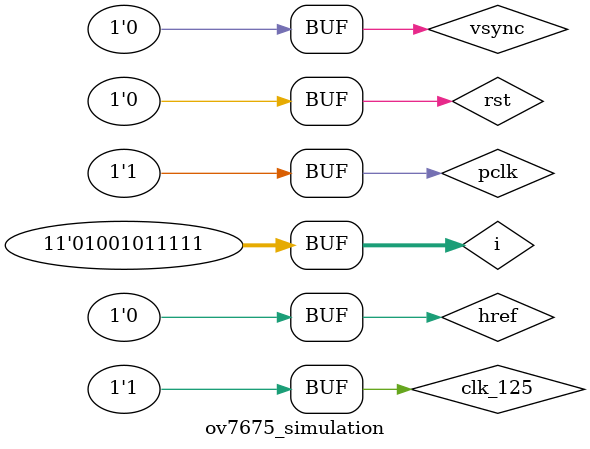
<source format=v>
`timescale 1ns / 1ps


module ov7675_simulation;

    wire PWDN;
    wire RESET;
    wire [3:0]b_data;
    reg clk_125;
    wire [7:0]data_in;
    wire [3:0]g_data;
    reg href = 0;
    reg pclk;
    wire [3:0]r_data;
    reg rst = 0;
    wire scl;
    wire sda;
    wire vga_hsync;
    wire vga_vsync;
    reg vsync =0;
    wire xclk;
    reg [10:0] i = 0;
    reg [7:0] color_data = 8'h01;
    
    //125MHz
    always begin
        clk_125 = 0; #4;
        clk_125 = 1; #4;
    end
    
    //25MHz
    always begin
        pclk = 0; #20;
        pclk = 1; #20;
    end
    
    //vsync & href
    always begin
        vsync = 0; #628000;
        vsync = 1;  #190000;
        vsync = 0;  #1000000;
        for(i=0 ; i<607 ; i=i+1) begin
            href = 1; #51400;
            href = 0; #11600;
        end
    end
    
    always @(posedge pclk) begin
        color_data = {color_data[0],color_data[7:1]};
    end
    
    assign data_in = color_data;

    ov7675_test_wrapper ov7675_test_i(
            .PWDN(PWDN),
            .RESET(RESET),
            .b_data(b_data),
            .clk_125(clk_125),
            .data_in(data_in),
            .g_data(g_data),
            .hsync(href),
            .pclk(pclk),
            .r_data(r_data),
            .rst(rst),
            .scl(scl),
            .sda(sda),
            .vga_hsync(vga_hsync),
            .vga_vsync(vga_vsync),
            .vsync(vsync),
            .xclk(xclk)
    );
endmodule

</source>
